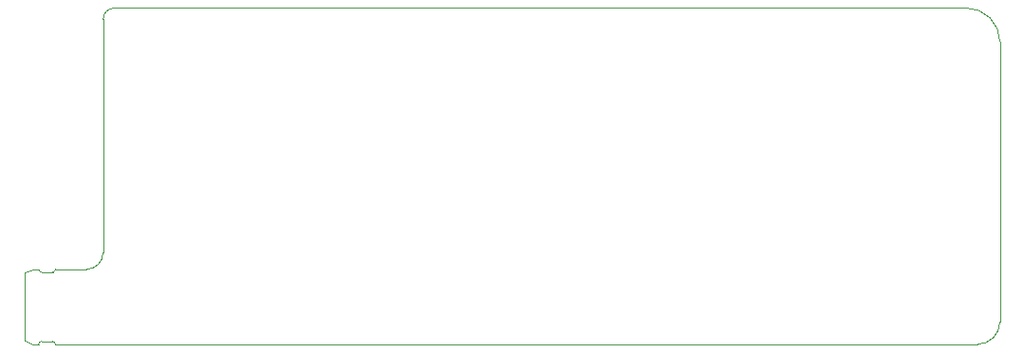
<source format=gbr>
%TF.GenerationSoftware,KiCad,Pcbnew,(6.0.10)*%
%TF.CreationDate,2023-04-20T12:34:08-06:00*%
%TF.ProjectId,SolarGPS,536f6c61-7247-4505-932e-6b696361645f,rev?*%
%TF.SameCoordinates,Original*%
%TF.FileFunction,Profile,NP*%
%FSLAX46Y46*%
G04 Gerber Fmt 4.6, Leading zero omitted, Abs format (unit mm)*
G04 Created by KiCad (PCBNEW (6.0.10)) date 2023-04-20 12:34:08*
%MOMM*%
%LPD*%
G01*
G04 APERTURE LIST*
%TA.AperFunction,Profile*%
%ADD10C,0.050000*%
%TD*%
G04 APERTURE END LIST*
D10*
X130000000Y-53000000D02*
G75*
G03*
X127000000Y-50000000I-3000000J0D01*
G01*
X130000000Y-53000000D02*
X130000000Y-78000000D01*
X51000000Y-50000000D02*
G75*
G03*
X50000000Y-51000000I0J-1000000D01*
G01*
X128000000Y-80000000D02*
X47500000Y-80000000D01*
X48500000Y-73310000D02*
X47500000Y-73310000D01*
X128000000Y-80000000D02*
G75*
G03*
X130000000Y-78000000I0J2000000D01*
G01*
X50000000Y-51000000D02*
X50000000Y-71810000D01*
X51000000Y-50000000D02*
X127000000Y-50000000D01*
X48500000Y-73310000D02*
G75*
G03*
X50000000Y-71810000I0J1500000D01*
G01*
%TO.C,J9*%
X43750000Y-80000000D02*
X44250000Y-80000000D01*
X43000000Y-79700000D02*
X43750000Y-80000000D01*
X43000000Y-73610000D02*
X43750000Y-73310000D01*
X45750000Y-73310000D02*
X47500000Y-73310000D01*
X45750000Y-80000000D02*
X47500000Y-80000000D01*
X43750000Y-73310000D02*
X44250000Y-73310000D01*
X44500000Y-73560000D02*
X45500000Y-73560000D01*
X44500000Y-79750000D02*
X45500000Y-79750000D01*
X43000000Y-79700000D02*
X43000000Y-73610000D01*
X45750000Y-80000000D02*
G75*
G03*
X45500000Y-79750000I-249999J1D01*
G01*
X44500000Y-79750000D02*
G75*
G03*
X44250000Y-80000000I-1J-249999D01*
G01*
X44250000Y-73310000D02*
G75*
G03*
X44500000Y-73560000I250000J0D01*
G01*
X45500000Y-73560000D02*
G75*
G03*
X45750000Y-73310000I0J250000D01*
G01*
%TD*%
M02*

</source>
